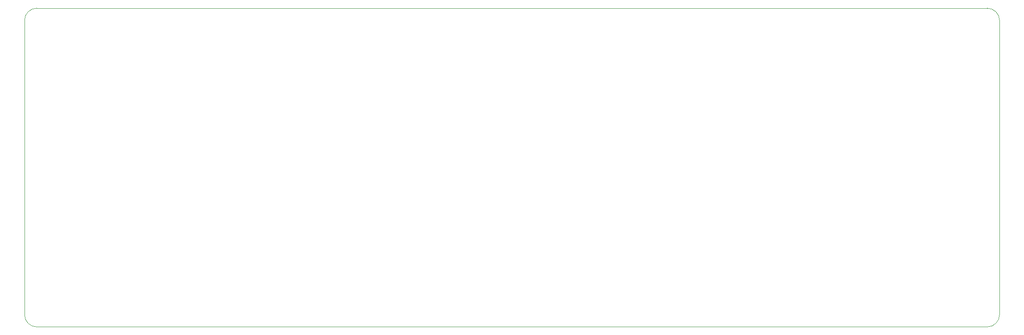
<source format=gbr>
%TF.GenerationSoftware,KiCad,Pcbnew,9.0.2*%
%TF.CreationDate,2025-06-02T17:23:57+01:00*%
%TF.ProjectId,TWUSDiySynthKit,54575553-4469-4795-9379-6e74684b6974,rev?*%
%TF.SameCoordinates,Original*%
%TF.FileFunction,Profile,NP*%
%FSLAX46Y46*%
G04 Gerber Fmt 4.6, Leading zero omitted, Abs format (unit mm)*
G04 Created by KiCad (PCBNEW 9.0.2) date 2025-06-02 17:23:57*
%MOMM*%
%LPD*%
G01*
G04 APERTURE LIST*
%TA.AperFunction,Profile*%
%ADD10C,0.050000*%
%TD*%
G04 APERTURE END LIST*
D10*
X57000000Y-82500000D02*
X57000000Y-22500000D01*
X255400000Y-22500000D02*
X255400000Y-82500000D01*
X255400000Y-82500000D02*
G75*
G02*
X252900000Y-85000000I-2500000J0D01*
G01*
X59500000Y-85000000D02*
G75*
G02*
X57000000Y-82500000I0J2500000D01*
G01*
X252900000Y-20000000D02*
G75*
G02*
X255400000Y-22500000I0J-2500000D01*
G01*
X252900000Y-85000000D02*
X59500000Y-85000000D01*
X57000000Y-22500000D02*
G75*
G02*
X59500000Y-20000000I2500000J0D01*
G01*
X59500000Y-20000000D02*
X252900000Y-20000000D01*
M02*

</source>
